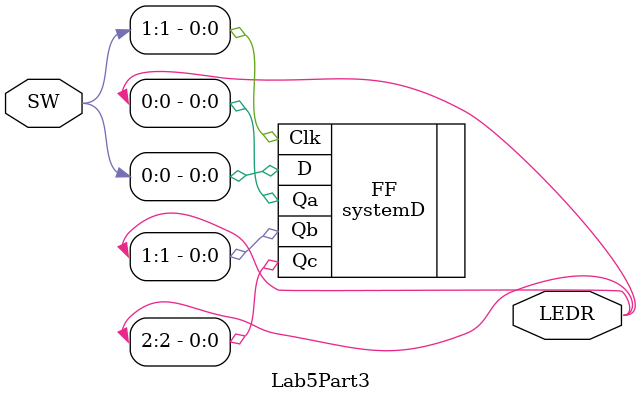
<source format=v>
module Lab5Part3(SW, LEDR);
	input [1:0] SW;
	output [9:0] LEDR;
	
	systemD FF(.Clk(SW[1]),				//assign Clk to SW[1]
					.D(SW[0]),				//assign D to SW[0]
					.Qa(LEDR[0]),			//assign Qa to LEDR[0]
					.Qb(LEDR[1]),			//assign Qb to LEDR[1]
					.Qc(LEDR[2])			//assign Qc to LEDR[2]
	);
	
endmodule
</source>
